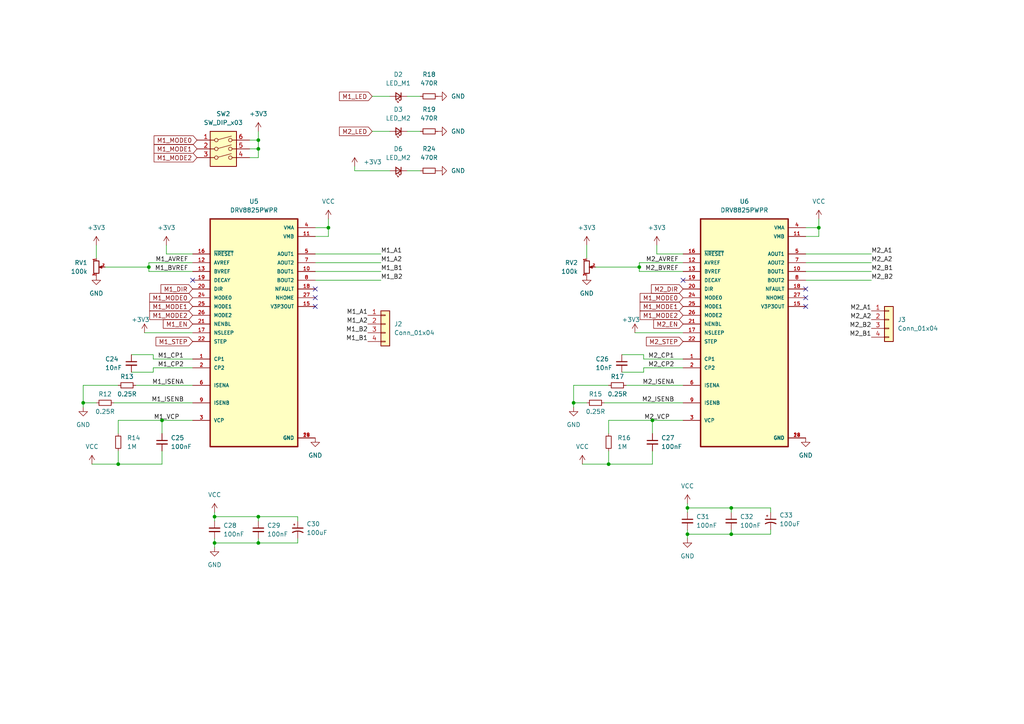
<source format=kicad_sch>
(kicad_sch (version 20211123) (generator eeschema)
  (paper "A4")
  (lib_symbols
    (symbol "Connector_Generic:Conn_01x04" (pin_names (offset 1.016) hide)
      (property "Reference" "J" (at 0 5.08 0))
      (property "Value" "Conn_01x04" (at 0 -7.62 0))
      (symbol "Conn_01x04_1_1"
        (rectangle (start -1.27 -4.953) (end 0 -5.207) (stroke (width 0.1524)))
        (rectangle (start -1.27 -2.413) (end 0 -2.667) (stroke (width 0.1524)))
        (rectangle (start -1.27 0.127) (end 0 -0.127) (stroke (width 0.1524)))
        (rectangle (start -1.27 2.667) (end 0 2.413) (stroke (width 0.1524)))
        (rectangle (start -1.27 3.81) (end 1.27 -6.35) (stroke (width 0.254)) (fill (type background)))
        (pin passive line (at -5.08 2.54 0) (length 3.81) (name "Pin_1") (number "1"))
        (pin passive line (at -5.08 0 0) (length 3.81) (name "Pin_2") (number "2"))
        (pin passive line (at -5.08 -2.54 0) (length 3.81) (name "Pin_3") (number "3"))
        (pin passive line (at -5.08 -5.08 0) (length 3.81) (name "Pin_4") (number "4"))
      )
    )
    (symbol "DRV8825PWPR:DRV8825PWPR" (pin_names (offset 1.016))
      (property "Reference" "U" (at -12.7 34.0106 0))
      (property "Value" "DRV8825PWPR" (at -12.7 -37.0078 0))
      (symbol "DRV8825PWPR_0_0"
        (rectangle (start -12.7 -33.02) (end 12.7 33.02) (stroke (width 0.4064)) (fill (type background)))
        (pin bidirectional line (at -17.78 -7.62 0) (length 5.08) (name "CP1") (number "1"))
        (pin output line (at 17.78 17.78 180) (length 5.08) (name "BOUT1") (number "10"))
        (pin power_in line (at 17.78 27.94 180) (length 5.08) (name "VMB") (number "11"))
        (pin input line (at -17.78 20.32 0) (length 5.08) (name "AVREF") (number "12"))
        (pin input line (at -17.78 17.78 0) (length 5.08) (name "BVREF") (number "13"))
        (pin power_in line (at 17.78 -30.48 180) (length 5.08) (name "GND") (number "14"))
        (pin output line (at 17.78 7.62 180) (length 5.08) (name "V3P3OUT") (number "15"))
        (pin input line (at -17.78 22.86 0) (length 5.08) (name "~{NRESET}") (number "16"))
        (pin input line (at -17.78 0 0) (length 5.08) (name "NSLEEP") (number "17"))
        (pin output line (at 17.78 12.7 180) (length 5.08) (name "NFAULT") (number "18"))
        (pin input line (at -17.78 15.24 0) (length 5.08) (name "DECAY") (number "19"))
        (pin bidirectional line (at -17.78 -10.16 0) (length 5.08) (name "CP2") (number "2"))
        (pin input line (at -17.78 12.7 0) (length 5.08) (name "DIR") (number "20"))
        (pin input line (at -17.78 2.54 0) (length 5.08) (name "NENBL") (number "21"))
        (pin input line (at -17.78 -2.54 0) (length 5.08) (name "STEP") (number "22"))
        (pin input line (at -17.78 10.16 0) (length 5.08) (name "MODE0") (number "24"))
        (pin input line (at -17.78 7.62 0) (length 5.08) (name "MODE1") (number "25"))
        (pin input line (at -17.78 5.08 0) (length 5.08) (name "MODE2") (number "26"))
        (pin output line (at 17.78 10.16 180) (length 5.08) (name "NHOME") (number "27"))
        (pin power_in line (at 17.78 -30.48 180) (length 5.08) (name "GND") (number "28"))
        (pin bidirectional line (at -17.78 -25.4 0) (length 5.08) (name "VCP") (number "3"))
        (pin power_in line (at 17.78 30.48 180) (length 5.08) (name "VMA") (number "4"))
        (pin output line (at 17.78 22.86 180) (length 5.08) (name "AOUT1") (number "5"))
        (pin bidirectional line (at -17.78 -15.24 0) (length 5.08) (name "ISENA") (number "6"))
        (pin output line (at 17.78 20.32 180) (length 5.08) (name "AOUT2") (number "7"))
        (pin output line (at 17.78 15.24 180) (length 5.08) (name "BOUT2") (number "8"))
        (pin bidirectional line (at -17.78 -20.32 0) (length 5.08) (name "ISENB") (number "9"))
      )
    )
    (symbol "Device:C_Polarized_Small_US" (pin_numbers hide) (pin_names (offset 0.254) hide)
      (property "Reference" "C" (at 0.254 1.778 0))
      (property "Value" "C_Polarized_Small_US" (at 0.254 -2.032 0))
      (symbol "C_Polarized_Small_US_0_1"
        (polyline (pts (xy -1.524 0.508) (xy 1.524 0.508)) (stroke (width 0.3048)))
        (polyline (pts (xy -1.27 1.524) (xy -0.762 1.524)))
        (polyline (pts (xy -1.016 1.27) (xy -1.016 1.778)))
        (arc (start 1.524 -0.762) (mid 0 -0.3734) (end -1.524 -0.762) (stroke (width 0.3048)))
      )
      (symbol "C_Polarized_Small_US_1_1"
        (pin passive line (at 0 2.54 270) (length 2.032) (name "~") (number "1"))
        (pin passive line (at 0 -2.54 90) (length 2.032) (name "~") (number "2"))
      )
    )
    (symbol "Device:C_Small" (pin_numbers hide) (pin_names (offset 0.254) hide)
      (property "Reference" "C" (at 0.254 1.778 0))
      (property "Value" "C_Small" (at 0.254 -2.032 0))
      (symbol "C_Small_0_1"
        (polyline (pts (xy -1.524 -0.508) (xy 1.524 -0.508)) (stroke (width 0.3302)))
        (polyline (pts (xy -1.524 0.508) (xy 1.524 0.508)) (stroke (width 0.3048)))
      )
      (symbol "C_Small_1_1"
        (pin passive line (at 0 2.54 270) (length 2.032) (name "~") (number "1"))
        (pin passive line (at 0 -2.54 90) (length 2.032) (name "~") (number "2"))
      )
    )
    (symbol "Device:LED_Small" (pin_numbers hide) (pin_names (offset 0.254) hide)
      (property "Reference" "D" (at -1.27 3.175 0))
      (property "Value" "LED_Small" (at -4.445 -2.54 0))
      (symbol "LED_Small_0_1"
        (polyline (pts (xy -0.762 -1.016) (xy -0.762 1.016)) (stroke (width 0.254)))
        (polyline (pts (xy 1.016 0) (xy -0.762 0)))
        (polyline (pts (xy 0.762 -1.016) (xy -0.762 0) (xy 0.762 1.016) (xy 0.762 -1.016)) (stroke (width 0.254)))
        (polyline (pts (xy 0 0.762) (xy -0.508 1.27) (xy -0.254 1.27) (xy -0.508 1.27) (xy -0.508 1.016)))
        (polyline (pts (xy 0.508 1.27) (xy 0 1.778) (xy 0.254 1.778) (xy 0 1.778) (xy 0 1.524)))
      )
      (symbol "LED_Small_1_1"
        (pin passive line (at -2.54 0 0) (length 1.778) (name "K") (number "1"))
        (pin passive line (at 2.54 0 180) (length 1.778) (name "A") (number "2"))
      )
    )
    (symbol "Device:R_Potentiometer_Small" (pin_names (offset 1.016) hide)
      (property "Reference" "RV" (at -4.445 0 90))
      (property "Value" "R_Potentiometer_Small" (at -2.54 0 90))
      (symbol "R_Potentiometer_Small_0_1"
        (polyline (pts (xy 0.889 0) (xy 0.635 0) (xy 1.651 0.381) (xy 1.651 -0.381) (xy 0.635 0) (xy 0.889 0)) (fill (type outline)))
        (rectangle (start 0.762 1.8034) (end -0.762 -1.8034) (stroke (width 0.254)))
      )
      (symbol "R_Potentiometer_Small_1_1"
        (pin passive line (at 0 2.54 270) (length 0.635) (name "1") (number "1"))
        (pin passive line (at 2.54 0 180) (length 0.9906) (name "2") (number "2"))
        (pin passive line (at 0 -2.54 90) (length 0.635) (name "3") (number "3"))
      )
    )
    (symbol "Device:R_Small" (pin_numbers hide) (pin_names (offset 0.254) hide)
      (property "Reference" "R" (at 0.762 0.508 0))
      (property "Value" "R_Small" (at 0.762 -1.016 0))
      (symbol "R_Small_0_1"
        (rectangle (start -0.762 1.778) (end 0.762 -1.778) (stroke (width 0.2032)))
      )
      (symbol "R_Small_1_1"
        (pin passive line (at 0 2.54 270) (length 0.762) (name "~") (number "1"))
        (pin passive line (at 0 -2.54 90) (length 0.762) (name "~") (number "2"))
      )
    )
    (symbol "Switch:SW_DIP_x03" (pin_names (offset 0) hide)
      (property "Reference" "SW" (at 0 8.89 0))
      (property "Value" "SW_DIP_x03" (at 0 -3.81 0))
      (symbol "SW_DIP_x03_0_0"
        (circle (center -2.032 0) (radius 0.508))
        (circle (center -2.032 2.54) (radius 0.508))
        (circle (center -2.032 5.08) (radius 0.508))
        (polyline (pts (xy -1.524 0.127) (xy 2.3622 1.1684)))
        (polyline (pts (xy -1.524 2.667) (xy 2.3622 3.7084)))
        (polyline (pts (xy -1.524 5.207) (xy 2.3622 6.2484)))
        (circle (center 2.032 0) (radius 0.508))
        (circle (center 2.032 2.54) (radius 0.508))
        (circle (center 2.032 5.08) (radius 0.508))
      )
      (symbol "SW_DIP_x03_0_1"
        (rectangle (start -3.81 7.62) (end 3.81 -2.54) (stroke (width 0.254)) (fill (type background)))
      )
      (symbol "SW_DIP_x03_1_1"
        (pin passive line (at -7.62 5.08 0) (length 5.08) (name "~") (number "1"))
        (pin passive line (at -7.62 2.54 0) (length 5.08) (name "~") (number "2"))
        (pin passive line (at -7.62 0 0) (length 5.08) (name "~") (number "3"))
        (pin passive line (at 7.62 0 180) (length 5.08) (name "~") (number "4"))
        (pin passive line (at 7.62 2.54 180) (length 5.08) (name "~") (number "5"))
        (pin passive line (at 7.62 5.08 180) (length 5.08) (name "~") (number "6"))
      )
    )
    (symbol "power:+3.3V" (power) (pin_names (offset 0))
      (property "Value" "+3.3V" (at 0 3.556 0))
      (symbol "+3.3V_0_1"
        (polyline (pts (xy -0.762 1.27) (xy 0 2.54)))
        (polyline (pts (xy 0 0) (xy 0 2.54)))
        (polyline (pts (xy 0 2.54) (xy 0.762 1.27)))
      )
      (symbol "+3.3V_1_1"
        (pin power_in line (at 0 0 90) (length 0) hide (name "+3V3") (number "1"))
      )
    )
    (symbol "power:GND" (power) (pin_names (offset 0))
      (property "Value" "GND" (at 0 -3.81 0))
      (symbol "GND_0_1"
        (polyline (pts (xy 0 0) (xy 0 -1.27) (xy 1.27 -1.27) (xy 0 -2.54) (xy -1.27 -1.27) (xy 0 -1.27)))
      )
      (symbol "GND_1_1"
        (pin power_in line (at 0 0 270) (length 0) hide (name "GND") (number "1"))
      )
    )
    (symbol "power:VCC" (power) (pin_names (offset 0))
      (property "Value" "VCC" (at 0 3.81 0))
      (symbol "VCC_0_1"
        (polyline (pts (xy -0.762 1.27) (xy 0 2.54)))
        (polyline (pts (xy 0 0) (xy 0 2.54)))
        (polyline (pts (xy 0 2.54) (xy 0.762 1.27)))
      )
      (symbol "VCC_1_1"
        (pin power_in line (at 0 0 90) (length 0) hide (name "VCC") (number "1"))
      )
    )
  )
  (junction (at 43.18 77.47))
  (junction (at 74.93 40.64))
  (junction (at 189.23 121.92))
  (junction (at 24.13 116.84))
  (junction (at 212.09 154.94))
  (junction (at 34.29 134.62))
  (junction (at 199.39 147.32))
  (junction (at 62.23 149.86))
  (junction (at 95.25 66.04))
  (junction (at 199.39 154.94))
  (junction (at 185.42 77.47))
  (junction (at 212.09 147.32))
  (junction (at 74.93 149.86))
  (junction (at 166.37 116.84))
  (junction (at 74.93 43.18))
  (junction (at 176.53 134.62))
  (junction (at 74.93 157.48))
  (junction (at 46.99 121.92))
  (junction (at 62.23 157.48))
  (junction (at 237.49 66.04))
  (no_connect (at 198.12 81.28))
  (no_connect (at 233.68 88.9))
  (no_connect (at 91.44 88.9))
  (no_connect (at 91.44 83.82))
  (no_connect (at 91.44 86.36))
  (no_connect (at 233.68 86.36))
  (no_connect (at 233.68 83.82))
  (no_connect (at 55.88 81.28))
  (wire (pts (xy 74.93 38.1) (xy 74.93 40.64)))
  (wire (pts (xy 30.48 77.47) (xy 43.18 77.47)))
  (wire (pts (xy 233.68 66.04) (xy 237.49 66.04)))
  (wire (pts (xy 185.42 77.47) (xy 185.42 76.2)))
  (wire (pts (xy 198.12 104.14) (xy 186.69 104.14)))
  (wire (pts (xy 46.99 121.92) (xy 34.29 121.92)))
  (wire (pts (xy 62.23 148.59) (xy 62.23 149.86)))
  (wire (pts (xy 176.53 130.81) (xy 176.53 134.62)))
  (wire (pts (xy 237.49 68.58) (xy 233.68 68.58)))
  (wire (pts (xy 91.44 73.66) (xy 110.49 73.66)))
  (wire (pts (xy 86.36 149.86) (xy 74.93 149.86)))
  (wire (pts (xy 46.99 121.92) (xy 46.99 125.73)))
  (wire (pts (xy 74.93 43.18) (xy 74.93 45.72)))
  (wire (pts (xy 74.93 45.72) (xy 72.39 45.72)))
  (wire (pts (xy 176.53 121.92) (xy 176.53 125.73)))
  (wire (pts (xy 55.88 78.74) (xy 43.18 78.74)))
  (wire (pts (xy 91.44 78.74) (xy 110.49 78.74)))
  (wire (pts (xy 24.13 116.84) (xy 24.13 118.11)))
  (wire (pts (xy 44.45 104.14) (xy 44.45 102.87)))
  (wire (pts (xy 74.93 149.86) (xy 62.23 149.86)))
  (wire (pts (xy 185.42 76.2) (xy 198.12 76.2)))
  (wire (pts (xy 176.53 134.62) (xy 189.23 134.62)))
  (wire (pts (xy 62.23 157.48) (xy 62.23 158.75)))
  (wire (pts (xy 223.52 147.32) (xy 212.09 147.32)))
  (wire (pts (xy 62.23 149.86) (xy 62.23 151.13)))
  (wire (pts (xy 181.61 111.76) (xy 198.12 111.76)))
  (wire (pts (xy 237.49 63.5) (xy 237.49 66.04)))
  (wire (pts (xy 26.67 134.62) (xy 34.29 134.62)))
  (wire (pts (xy 86.36 151.13) (xy 86.36 149.86)))
  (wire (pts (xy 74.93 149.86) (xy 74.93 151.13)))
  (wire (pts (xy 34.29 111.76) (xy 24.13 111.76)))
  (wire (pts (xy 233.68 78.74) (xy 252.73 78.74)))
  (wire (pts (xy 212.09 154.94) (xy 199.39 154.94)))
  (wire (pts (xy 166.37 116.84) (xy 166.37 118.11)))
  (wire (pts (xy 102.87 49.53) (xy 102.87 48.26)))
  (wire (pts (xy 38.1 107.95) (xy 44.45 107.95)))
  (wire (pts (xy 72.39 43.18) (xy 74.93 43.18)))
  (wire (pts (xy 189.23 134.62) (xy 189.23 130.81)))
  (wire (pts (xy 95.25 66.04) (xy 95.25 68.58)))
  (wire (pts (xy 34.29 134.62) (xy 46.99 134.62)))
  (wire (pts (xy 86.36 157.48) (xy 74.93 157.48)))
  (wire (pts (xy 233.68 81.28) (xy 252.73 81.28)))
  (wire (pts (xy 176.53 111.76) (xy 166.37 111.76)))
  (wire (pts (xy 74.93 156.21) (xy 74.93 157.48)))
  (wire (pts (xy 223.52 154.94) (xy 212.09 154.94)))
  (wire (pts (xy 186.69 106.68) (xy 198.12 106.68)))
  (wire (pts (xy 107.95 27.94) (xy 113.03 27.94)))
  (wire (pts (xy 86.36 156.21) (xy 86.36 157.48)))
  (wire (pts (xy 118.11 27.94) (xy 121.92 27.94)))
  (wire (pts (xy 223.52 153.67) (xy 223.52 154.94)))
  (wire (pts (xy 180.34 107.95) (xy 186.69 107.95)))
  (wire (pts (xy 34.29 121.92) (xy 34.29 125.73)))
  (wire (pts (xy 189.23 121.92) (xy 176.53 121.92)))
  (wire (pts (xy 198.12 121.92) (xy 189.23 121.92)))
  (wire (pts (xy 44.45 106.68) (xy 55.88 106.68)))
  (wire (pts (xy 118.11 38.1) (xy 121.92 38.1)))
  (wire (pts (xy 33.02 116.84) (xy 55.88 116.84)))
  (wire (pts (xy 199.39 154.94) (xy 199.39 156.21)))
  (wire (pts (xy 44.45 102.87) (xy 38.1 102.87)))
  (wire (pts (xy 91.44 81.28) (xy 110.49 81.28)))
  (wire (pts (xy 166.37 111.76) (xy 166.37 116.84)))
  (wire (pts (xy 95.25 68.58) (xy 91.44 68.58)))
  (wire (pts (xy 212.09 147.32) (xy 199.39 147.32)))
  (wire (pts (xy 91.44 76.2) (xy 110.49 76.2)))
  (wire (pts (xy 95.25 63.5) (xy 95.25 66.04)))
  (wire (pts (xy 55.88 73.66) (xy 48.26 73.66)))
  (wire (pts (xy 55.88 104.14) (xy 44.45 104.14)))
  (wire (pts (xy 199.39 147.32) (xy 199.39 148.59)))
  (wire (pts (xy 186.69 104.14) (xy 186.69 102.87)))
  (wire (pts (xy 186.69 102.87) (xy 180.34 102.87)))
  (wire (pts (xy 41.91 96.52) (xy 55.88 96.52)))
  (wire (pts (xy 72.39 40.64) (xy 74.93 40.64)))
  (wire (pts (xy 184.15 96.52) (xy 198.12 96.52)))
  (wire (pts (xy 198.12 73.66) (xy 190.5 73.66)))
  (wire (pts (xy 44.45 107.95) (xy 44.45 106.68)))
  (wire (pts (xy 168.91 134.62) (xy 176.53 134.62)))
  (wire (pts (xy 102.87 49.53) (xy 113.03 49.53)))
  (wire (pts (xy 43.18 77.47) (xy 43.18 76.2)))
  (wire (pts (xy 24.13 111.76) (xy 24.13 116.84)))
  (wire (pts (xy 27.94 71.12) (xy 27.94 74.93)))
  (wire (pts (xy 170.18 116.84) (xy 166.37 116.84)))
  (wire (pts (xy 170.18 71.12) (xy 170.18 74.93)))
  (wire (pts (xy 190.5 73.66) (xy 190.5 71.12)))
  (wire (pts (xy 55.88 121.92) (xy 46.99 121.92)))
  (wire (pts (xy 107.95 38.1) (xy 113.03 38.1)))
  (wire (pts (xy 233.68 73.66) (xy 252.73 73.66)))
  (wire (pts (xy 62.23 156.21) (xy 62.23 157.48)))
  (wire (pts (xy 172.72 77.47) (xy 185.42 77.47)))
  (wire (pts (xy 223.52 148.59) (xy 223.52 147.32)))
  (wire (pts (xy 237.49 66.04) (xy 237.49 68.58)))
  (wire (pts (xy 74.93 157.48) (xy 62.23 157.48)))
  (wire (pts (xy 186.69 107.95) (xy 186.69 106.68)))
  (wire (pts (xy 199.39 153.67) (xy 199.39 154.94)))
  (wire (pts (xy 43.18 78.74) (xy 43.18 77.47)))
  (wire (pts (xy 198.12 78.74) (xy 185.42 78.74)))
  (wire (pts (xy 118.11 49.53) (xy 121.92 49.53)))
  (wire (pts (xy 199.39 146.05) (xy 199.39 147.32)))
  (wire (pts (xy 34.29 130.81) (xy 34.29 134.62)))
  (wire (pts (xy 185.42 78.74) (xy 185.42 77.47)))
  (wire (pts (xy 46.99 134.62) (xy 46.99 130.81)))
  (wire (pts (xy 212.09 153.67) (xy 212.09 154.94)))
  (wire (pts (xy 212.09 147.32) (xy 212.09 148.59)))
  (wire (pts (xy 91.44 66.04) (xy 95.25 66.04)))
  (wire (pts (xy 74.93 40.64) (xy 74.93 43.18)))
  (wire (pts (xy 175.26 116.84) (xy 198.12 116.84)))
  (wire (pts (xy 43.18 76.2) (xy 55.88 76.2)))
  (wire (pts (xy 189.23 121.92) (xy 189.23 125.73)))
  (wire (pts (xy 27.94 116.84) (xy 24.13 116.84)))
  (wire (pts (xy 48.26 73.66) (xy 48.26 71.12)))
  (wire (pts (xy 233.68 76.2) (xy 252.73 76.2)))
  (wire (pts (xy 39.37 111.76) (xy 55.88 111.76)))
  (label "M1_A2" (at 106.68 93.98 180))
  (label "M1_B2" (at 110.49 81.28 0))
  (label "M1_B1" (at 110.49 78.74 0))
  (label "M1_B2" (at 106.68 96.52 180))
  (label "M2_B2" (at 252.73 81.28 0))
  (label "M1_AVREF" (at 54.61 76.2 180))
  (label "M2_A1" (at 252.73 73.66 0))
  (label "M2_A2" (at 252.73 92.71 180))
  (label "M2_ISENA" (at 195.58 111.76 180))
  (label "M2_CP1" (at 195.58 104.14 180))
  (label "M1_A1" (at 106.68 91.44 180))
  (label "M2_B2" (at 252.73 95.25 180))
  (label "M2_BVREF" (at 196.85 78.74 180))
  (label "M2_B1" (at 252.73 78.74 0))
  (label "M1_CP1" (at 53.34 104.14 180))
  (label "M1_ISENA" (at 53.34 111.76 180))
  (label "M1_BVREF" (at 54.61 78.74 180))
  (label "M1_ISENB" (at 53.34 116.84 180))
  (label "M2_B1" (at 252.73 97.79 180))
  (label "M1_A2" (at 110.49 76.2 0))
  (label "M2_A2" (at 252.73 76.2 0))
  (label "M2_ISENB" (at 195.58 116.84 180))
  (label "M2_VCP" (at 194.31 121.92 180))
  (label "M2_A1" (at 252.73 90.17 180))
  (label "M1_B1" (at 106.68 99.06 180))
  (label "M1_A1" (at 110.49 73.66 0))
  (label "M2_CP2" (at 195.58 106.68 180))
  (label "M1_CP2" (at 53.34 106.68 180))
  (label "M1_VCP" (at 52.07 121.92 180))
  (label "M2_AVREF" (at 196.85 76.2 180))
  (global_label "M1_MODE2" (shape input) (at 198.12 91.44 180) (property "Intersheet References" "${INTERSHEET_REFS}" (effects hide)))
  (global_label "M2_LED" (shape input) (at 107.95 38.1 180) (property "Intersheet References" "${INTERSHEET_REFS}" (effects hide)))
  (global_label "M1_MODE0" (shape input) (at 55.88 86.36 180) (property "Intersheet References" "${INTERSHEET_REFS}" (effects hide)))
  (global_label "M1_MODE0" (shape input) (at 198.12 86.36 180) (property "Intersheet References" "${INTERSHEET_REFS}" (effects hide)))
  (global_label "M2_DIR" (shape input) (at 198.12 83.82 180) (property "Intersheet References" "${INTERSHEET_REFS}" (effects hide)))
  (global_label "M1_MODE1" (shape input) (at 57.15 43.18 180) (property "Intersheet References" "${INTERSHEET_REFS}" (effects hide)))
  (global_label "M1_LED" (shape input) (at 107.95 27.94 180) (property "Intersheet References" "${INTERSHEET_REFS}" (effects hide)))
  (global_label "M2_EN" (shape input) (at 198.12 93.98 180) (property "Intersheet References" "${INTERSHEET_REFS}" (effects hide)))
  (global_label "M2_STEP" (shape input) (at 198.12 99.06 180) (property "Intersheet References" "${INTERSHEET_REFS}" (effects hide)))
  (global_label "M1_MODE2" (shape input) (at 57.15 45.72 180) (property "Intersheet References" "${INTERSHEET_REFS}" (effects hide)))
  (global_label "M1_MODE0" (shape input) (at 57.15 40.64 180) (property "Intersheet References" "${INTERSHEET_REFS}" (effects hide)))
  (global_label "M1_MODE1" (shape input) (at 55.88 88.9 180) (property "Intersheet References" "${INTERSHEET_REFS}" (effects hide)))
  (global_label "M1_EN" (shape input) (at 55.88 93.98 180) (property "Intersheet References" "${INTERSHEET_REFS}" (effects hide)))
  (global_label "M1_DIR" (shape input) (at 55.88 83.82 180) (property "Intersheet References" "${INTERSHEET_REFS}" (effects hide)))
  (global_label "M1_MODE2" (shape input) (at 55.88 91.44 180) (property "Intersheet References" "${INTERSHEET_REFS}" (effects hide)))
  (global_label "M1_MODE1" (shape input) (at 198.12 88.9 180) (property "Intersheet References" "${INTERSHEET_REFS}" (effects hide)))
  (global_label "M1_STEP" (shape input) (at 55.88 99.06 180) (property "Intersheet References" "${INTERSHEET_REFS}" (effects hide)))
  (symbol (lib_id "Device:R_Small") (at 34.29 128.27 0) (unit 1)
    (property "Reference" "R14" (at 36.83 126.9999 0) (effects (justify left)))
    (property "Value" "1M" (at 36.83 129.5399 0) (effects (justify left)))
    (property "Footprint" "Resistor_SMD:R_0603_1608Metric" (effects hide))
  )
  (symbol (lib_id "Device:C_Small") (at 46.99 128.27 0) (unit 1)
    (property "Reference" "C25" (at 49.53 127.0062 0) (effects (justify left)))
    (property "Value" "100nF" (at 49.53 129.5462 0) (effects (justify left)))
    (property "Footprint" "Capacitor_SMD:C_0603_1608Metric" (effects hide))
  )
  (symbol (lib_id "Device:R_Small") (at 30.48 116.84 90) (unit 1)
    (property "Reference" "R12" (at 30.48 114.3 90))
    (property "Value" "0.25R" (at 30.48 119.38 90))
    (property "Footprint" "Resistor_SMD:R_0805_2012Metric" (effects hide))
  )
  (symbol (lib_id "Device:LED_Small") (at 115.57 27.94 180) (unit 1)
    (property "Reference" "D2" (at 115.5065 21.59 0))
    (property "Value" "LED_M1" (at 115.5065 24.13 0))
    (property "Footprint" "LED_SMD:LED_0603_1608Metric" (effects hide))
  )
  (symbol (lib_id "power:+3.3V") (at 190.5 71.12 0) (unit 1)
    (property "Reference" "#PWR055" (effects hide))
    (property "Value" "+3.3V" (at 190.5 66.04 0))
  )
  (symbol (lib_id "Device:C_Small") (at 199.39 151.13 0) (unit 1)
    (property "Reference" "C31" (at 201.93 149.8662 0) (effects (justify left)))
    (property "Value" "100nF" (at 201.93 152.4062 0) (effects (justify left)))
    (property "Footprint" "Capacitor_SMD:C_0603_1608Metric" (effects hide))
  )
  (symbol (lib_id "Device:C_Polarized_Small_US") (at 223.52 151.13 0) (unit 1)
    (property "Reference" "C33" (at 226.06 149.4281 0) (effects (justify left)))
    (property "Value" "100uF" (at 226.06 151.9681 0) (effects (justify left)))
    (property "Footprint" "Capacitor_SMD:CP_Elec_8x10.5" (effects hide))
  )
  (symbol (lib_id "power:+3.3V") (at 48.26 71.12 0) (unit 1)
    (property "Reference" "#PWR047" (effects hide))
    (property "Value" "+3.3V" (at 48.26 66.04 0))
  )
  (symbol (lib_id "Device:LED_Small") (at 115.57 49.53 180) (unit 1)
    (property "Reference" "D6" (at 115.5065 43.18 0))
    (property "Value" "LED_M2" (at 115.5065 45.72 0))
    (property "Footprint" "LED_SMD:LED_0603_1608Metric" (effects hide))
  )
  (symbol (lib_id "power:VCC") (at 237.49 63.5 0) (unit 1)
    (property "Reference" "#PWR058" (effects hide))
    (property "Value" "VCC" (at 237.49 58.42 0))
  )
  (symbol (lib_id "power:GND") (at 91.44 127 0) (unit 1)
    (property "Reference" "#PWR048" (effects hide))
    (property "Value" "GND" (at 91.44 132.08 0))
  )
  (symbol (lib_id "power:GND") (at 166.37 118.11 0) (unit 1)
    (property "Reference" "#PWR050" (effects hide))
    (property "Value" "GND" (at 166.37 123.19 0))
  )
  (symbol (lib_id "DRV8825PWPR:DRV8825PWPR") (at 215.9 96.52 0) (unit 1)
    (property "Reference" "U6" (at 215.9 58.42 0))
    (property "Value" "DRV8825PWPR" (at 215.9 60.96 0))
    (property "Footprint" "DRV8825PWPR:IC_TPS61196PWPRQ1" (effects hide))
  )
  (symbol (lib_id "power:GND") (at 62.23 158.75 0) (unit 1)
    (property "Reference" "#PWR060" (effects hide))
    (property "Value" "GND" (at 62.23 163.83 0))
  )
  (symbol (lib_id "Switch:SW_DIP_x03") (at 64.77 45.72 0) (unit 1)
    (property "Reference" "SW2" (at 64.77 33.02 0))
    (property "Value" "SW_DIP_x03" (at 64.77 35.56 0))
    (property "Footprint" "Button_Switch_SMD:SW_DIP_SPSTx03_Slide_6.7x9.18mm_W8.61mm_P2.54mm_LowProfile" (effects hide))
  )
  (symbol (lib_id "power:GND") (at 170.18 80.01 0) (unit 1)
    (property "Reference" "#PWR053" (effects hide))
    (property "Value" "GND" (at 170.18 85.09 0))
  )
  (symbol (lib_id "power:VCC") (at 199.39 146.05 0) (unit 1)
    (property "Reference" "#PWR061" (effects hide))
    (property "Value" "VCC" (at 199.39 140.97 0))
  )
  (symbol (lib_id "Device:LED_Small") (at 115.57 38.1 180) (unit 1)
    (property "Reference" "D3" (at 115.5065 31.75 0))
    (property "Value" "LED_M2" (at 115.5065 34.29 0))
    (property "Footprint" "LED_SMD:LED_0603_1608Metric" (effects hide))
  )
  (symbol (lib_id "power:GND") (at 233.68 127 0) (unit 1)
    (property "Reference" "#PWR057" (effects hide))
    (property "Value" "GND" (at 233.68 132.08 0))
  )
  (symbol (lib_id "power:+3.3V") (at 184.15 96.52 0) (unit 1)
    (property "Reference" "#PWR054" (effects hide))
    (property "Value" "+3.3V" (at 180.34 92.71 0) (effects (justify left)))
  )
  (symbol (lib_id "Device:R_Small") (at 36.83 111.76 90) (unit 1)
    (property "Reference" "R13" (at 36.83 109.22 90))
    (property "Value" "0.25R" (at 36.83 114.3 90))
    (property "Footprint" "Resistor_SMD:R_0805_2012Metric" (effects hide))
  )
  (symbol (lib_id "Device:R_Potentiometer_Small") (at 27.94 77.47 0) (unit 1)
    (property "Reference" "RV1" (at 25.4 76.1999 0) (effects (justify right)))
    (property "Value" "100k" (at 25.4 78.7399 0) (effects (justify right)))
    (property "Footprint" "Potentiometer_SMD:Potentiometer_Bourns_TC33X_Vertical" (effects hide))
  )
  (symbol (lib_id "Connector_Generic:Conn_01x04") (at 111.76 93.98 0) (unit 1)
    (property "Reference" "J2" (at 114.3 93.9799 0) (effects (justify left)))
    (property "Value" "Conn_01x04" (at 114.3 96.5199 0) (effects (justify left)))
    (property "Footprint" "Connector_JST:JST_XH_B4B-XH-A_1x04_P2.50mm_Vertical" (effects hide))
  )
  (symbol (lib_id "Device:C_Polarized_Small_US") (at 86.36 153.67 0) (unit 1)
    (property "Reference" "C30" (at 88.9 151.9681 0) (effects (justify left)))
    (property "Value" "100uF" (at 88.9 154.5081 0) (effects (justify left)))
    (property "Footprint" "Capacitor_SMD:CP_Elec_8x10.5" (effects hide))
  )
  (symbol (lib_id "power:GND") (at 127 38.1 90) (unit 1)
    (property "Reference" "#PWR082" (effects hide))
    (property "Value" "GND" (at 130.81 38.0999 90) (effects (justify right)))
  )
  (symbol (lib_id "Device:R_Potentiometer_Small") (at 170.18 77.47 0) (unit 1)
    (property "Reference" "RV2" (at 167.64 76.1999 0) (effects (justify right)))
    (property "Value" "100k" (at 167.64 78.7399 0) (effects (justify right)))
    (property "Footprint" "Potentiometer_SMD:Potentiometer_Bourns_TC33X_Vertical" (effects hide))
  )
  (symbol (lib_id "power:+3.3V") (at 27.94 71.12 0) (unit 1)
    (property "Reference" "#PWR044" (effects hide))
    (property "Value" "+3.3V" (at 27.94 66.04 0))
  )
  (symbol (lib_id "power:VCC") (at 95.25 63.5 0) (unit 1)
    (property "Reference" "#PWR049" (effects hide))
    (property "Value" "VCC" (at 95.25 58.42 0))
  )
  (symbol (lib_id "power:+3.3V") (at 41.91 96.52 0) (unit 1)
    (property "Reference" "#PWR046" (effects hide))
    (property "Value" "+3.3V" (at 38.1 92.71 0) (effects (justify left)))
  )
  (symbol (lib_id "Device:C_Small") (at 74.93 153.67 0) (unit 1)
    (property "Reference" "C29" (at 77.47 152.4062 0) (effects (justify left)))
    (property "Value" "100nF" (at 77.47 154.9462 0) (effects (justify left)))
    (property "Footprint" "Capacitor_SMD:C_0603_1608Metric" (effects hide))
  )
  (symbol (lib_id "power:+3.3V") (at 102.87 48.26 0) (unit 1)
    (property "Reference" "#PWR099" (effects hide))
    (property "Value" "+3.3V" (at 105.41 46.9899 0) (effects (justify left)))
  )
  (symbol (lib_id "Device:C_Small") (at 180.34 105.41 0) (unit 1)
    (property "Reference" "C26" (at 172.72 104.14 0) (effects (justify left)))
    (property "Value" "10nF" (at 172.72 106.68 0) (effects (justify left)))
    (property "Footprint" "Capacitor_SMD:C_0603_1608Metric" (effects hide))
  )
  (symbol (lib_id "power:GND") (at 127 49.53 90) (unit 1)
    (property "Reference" "#PWR0100" (effects hide))
    (property "Value" "GND" (at 130.81 49.5299 90) (effects (justify right)))
  )
  (symbol (lib_id "power:VCC") (at 62.23 148.59 0) (unit 1)
    (property "Reference" "#PWR059" (effects hide))
    (property "Value" "VCC" (at 62.23 143.51 0))
  )
  (symbol (lib_id "Device:R_Small") (at 179.07 111.76 90) (unit 1)
    (property "Reference" "R17" (at 179.07 109.22 90))
    (property "Value" "0.25R" (at 179.07 114.3 90))
    (property "Footprint" "Resistor_SMD:R_0805_2012Metric" (effects hide))
  )
  (symbol (lib_id "power:VCC") (at 26.67 134.62 0) (unit 1)
    (property "Reference" "#PWR043" (effects hide))
    (property "Value" "VCC" (at 26.67 129.54 0))
  )
  (symbol (lib_id "power:GND") (at 24.13 118.11 0) (unit 1)
    (property "Reference" "#PWR041" (effects hide))
    (property "Value" "GND" (at 24.13 123.19 0))
  )
  (symbol (lib_id "Device:R_Small") (at 124.46 27.94 90) (unit 1)
    (property "Reference" "R18" (at 124.46 21.59 90))
    (property "Value" "470R" (at 124.46 24.13 90))
    (property "Footprint" "Resistor_SMD:R_0603_1608Metric" (effects hide))
  )
  (symbol (lib_id "power:GND") (at 27.94 80.01 0) (unit 1)
    (property "Reference" "#PWR045" (effects hide))
    (property "Value" "GND" (at 27.94 85.09 0))
  )
  (symbol (lib_id "DRV8825PWPR:DRV8825PWPR") (at 73.66 96.52 0) (unit 1)
    (property "Reference" "U5" (at 73.66 58.42 0))
    (property "Value" "DRV8825PWPR" (at 73.66 60.96 0))
    (property "Footprint" "DRV8825PWPR:IC_TPS61196PWPRQ1" (effects hide))
  )
  (symbol (lib_id "Device:R_Small") (at 124.46 49.53 90) (unit 1)
    (property "Reference" "R24" (at 124.46 43.18 90))
    (property "Value" "470R" (at 124.46 45.72 90))
    (property "Footprint" "Resistor_SMD:R_0603_1608Metric" (effects hide))
  )
  (symbol (lib_id "power:+3.3V") (at 170.18 71.12 0) (unit 1)
    (property "Reference" "#PWR052" (effects hide))
    (property "Value" "+3.3V" (at 170.18 66.04 0))
  )
  (symbol (lib_id "power:+3.3V") (at 74.93 38.1 0) (unit 1)
    (property "Reference" "#PWR042" (effects hide))
    (property "Value" "+3.3V" (at 74.93 33.02 0))
  )
  (symbol (lib_id "Device:R_Small") (at 176.53 128.27 0) (unit 1)
    (property "Reference" "R16" (at 179.07 126.9999 0) (effects (justify left)))
    (property "Value" "1M" (at 179.07 129.5399 0) (effects (justify left)))
    (property "Footprint" "Resistor_SMD:R_0603_1608Metric" (effects hide))
  )
  (symbol (lib_id "Device:C_Small") (at 212.09 151.13 0) (unit 1)
    (property "Reference" "C32" (at 214.63 149.8662 0) (effects (justify left)))
    (property "Value" "100nF" (at 214.63 152.4062 0) (effects (justify left)))
    (property "Footprint" "Capacitor_SMD:C_0603_1608Metric" (effects hide))
  )
  (symbol (lib_id "Connector_Generic:Conn_01x04") (at 257.81 92.71 0) (unit 1)
    (property "Reference" "J3" (at 260.35 92.7099 0) (effects (justify left)))
    (property "Value" "Conn_01x04" (at 260.35 95.2499 0) (effects (justify left)))
    (property "Footprint" "Connector_JST:JST_XH_B4B-XH-A_1x04_P2.50mm_Vertical" (effects hide))
  )
  (symbol (lib_id "power:GND") (at 127 27.94 90) (unit 1)
    (property "Reference" "#PWR081" (effects hide))
    (property "Value" "GND" (at 130.81 27.9399 90) (effects (justify right)))
  )
  (symbol (lib_id "power:VCC") (at 168.91 134.62 0) (unit 1)
    (property "Reference" "#PWR051" (effects hide))
    (property "Value" "VCC" (at 168.91 129.54 0))
  )
  (symbol (lib_id "Device:C_Small") (at 38.1 105.41 0) (unit 1)
    (property "Reference" "C24" (at 30.48 104.14 0) (effects (justify left)))
    (property "Value" "10nF" (at 30.48 106.68 0) (effects (justify left)))
    (property "Footprint" "Capacitor_SMD:C_0603_1608Metric" (effects hide))
  )
  (symbol (lib_id "Device:R_Small") (at 124.46 38.1 90) (unit 1)
    (property "Reference" "R19" (at 124.46 31.75 90))
    (property "Value" "470R" (at 124.46 34.29 90))
    (property "Footprint" "Resistor_SMD:R_0603_1608Metric" (effects hide))
  )
  (symbol (lib_id "Device:C_Small") (at 62.23 153.67 0) (unit 1)
    (property "Reference" "C28" (at 64.77 152.4062 0) (effects (justify left)))
    (property "Value" "100nF" (at 64.77 154.9462 0) (effects (justify left)))
    (property "Footprint" "Capacitor_SMD:C_0603_1608Metric" (effects hide))
  )
  (symbol (lib_id "power:GND") (at 199.39 156.21 0) (unit 1)
    (property "Reference" "#PWR062" (effects hide))
    (property "Value" "GND" (at 199.39 161.29 0))
  )
  (symbol (lib_id "Device:R_Small") (at 172.72 116.84 90) (unit 1)
    (property "Reference" "R15" (at 172.72 114.3 90))
    (property "Value" "0.25R" (at 172.72 119.38 90))
    (property "Footprint" "Resistor_SMD:R_0805_2012Metric" (effects hide))
  )
  (symbol (lib_id "Device:C_Small") (at 189.23 128.27 0) (unit 1)
    (property "Reference" "C27" (at 191.77 127.0062 0) (effects (justify left)))
    (property "Value" "100nF" (at 191.77 129.5462 0) (effects (justify left)))
    (property "Footprint" "Capacitor_SMD:C_0603_1608Metric" (effects hide))
  )
)
</source>
